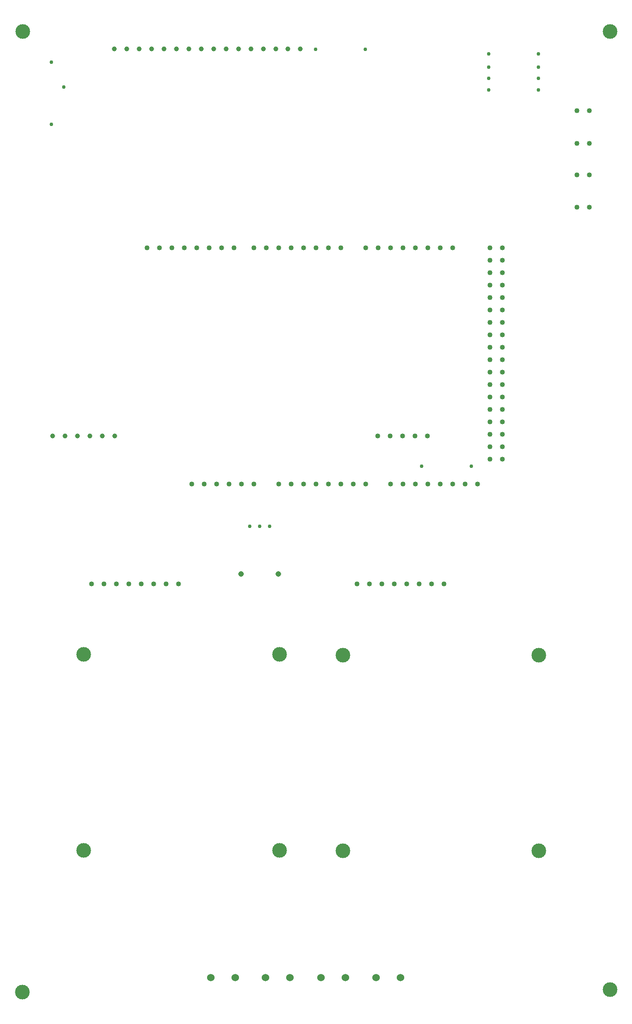
<source format=gbr>
G04 PROTEUS GERBER X2 FILE*
%TF.GenerationSoftware,Labcenter,Proteus,8.11-SP0-Build30052*%
%TF.CreationDate,2022-02-17T19:40:43+00:00*%
%TF.FileFunction,Plated,1,2,PTH*%
%TF.FilePolarity,Positive*%
%TF.Part,Single*%
%TF.SameCoordinates,{fa563668-36b4-49a2-8e21-0a91219477cd}*%
%FSLAX45Y45*%
%MOMM*%
G01*
%TA.AperFunction,ComponentDrill*%
%ADD50C,1.016000*%
%TA.AperFunction,ComponentDrill*%
%ADD51C,3.000000*%
%TA.AperFunction,ComponentDrill*%
%ADD52C,1.524000*%
%TA.AperFunction,ComponentDrill*%
%ADD53C,1.000000*%
%TA.AperFunction,ComponentDrill*%
%ADD54C,1.143000*%
%TA.AperFunction,ComponentDrill*%
%ADD55C,0.762000*%
%TA.AperFunction,OtherDrill,Unknown*%
%ADD56C,3.000000*%
%TD.AperFunction*%
D50*
X-9608000Y-640000D03*
X-9354000Y-640000D03*
X-9100000Y-640000D03*
X-8846000Y-640000D03*
X-8592000Y-640000D03*
X-8338000Y-640000D03*
X-8084000Y-640000D03*
X-7830000Y-640000D03*
X-4183000Y-640000D03*
X-3929000Y-640000D03*
X-3675000Y-640000D03*
X-3421000Y-640000D03*
X-3167000Y-640000D03*
X-2913000Y-640000D03*
X-2659000Y-640000D03*
X-2405000Y-640000D03*
D51*
X-464000Y-6090000D03*
X-4464000Y-6090000D03*
X-4464000Y-2090000D03*
X-464000Y-2090000D03*
X-5764000Y-6080000D03*
X-9764000Y-6080000D03*
X-9764000Y-2080000D03*
X-5764000Y-2080000D03*
D52*
X-3790000Y-8680000D03*
X-3289620Y-8680000D03*
X-7170380Y-8680000D03*
X-6670000Y-8680000D03*
X-6050000Y-8680000D03*
X-5549620Y-8680000D03*
X-4915000Y-8680000D03*
X-4414620Y-8680000D03*
D53*
X-9142000Y+10290000D03*
X-8888000Y+10290000D03*
X-8634000Y+10290000D03*
X-8380000Y+10290000D03*
X-8126000Y+10290000D03*
X-7872000Y+10290000D03*
X-7618000Y+10290000D03*
X-7364000Y+10290000D03*
X-7112000Y+10290000D03*
X-6858000Y+10290000D03*
X-6604000Y+10290000D03*
X-6350000Y+10290000D03*
X-6096000Y+10290000D03*
X-5842000Y+10290000D03*
X-5590000Y+10290000D03*
X-5336000Y+10290000D03*
D50*
X-3758000Y+2388250D03*
X-3504000Y+2388250D03*
X-3250000Y+2388250D03*
X-2996000Y+2388250D03*
X-2742000Y+2388250D03*
D54*
X-6552000Y-430000D03*
X-5790000Y-430000D03*
D55*
X-10430000Y+8750000D03*
X-10430000Y+10020000D03*
X-10176000Y+9512000D03*
D56*
X-11020000Y-8980000D03*
X+990000Y-8927500D03*
X-11010000Y+10647500D03*
X+990000Y+10647500D03*
D55*
X-6374200Y+540000D03*
X-6171000Y+540000D03*
X-5967800Y+540000D03*
X-1840000Y+1770000D03*
X-2856000Y+1770000D03*
X-5026000Y+10288151D03*
X-4010000Y+10288151D03*
D50*
X-7554000Y+1404000D03*
X-7300000Y+1404000D03*
X-7046000Y+1404000D03*
X-6792000Y+1404000D03*
X-6538000Y+1404000D03*
X-6284000Y+1404000D03*
X-5776000Y+1404000D03*
X-5522000Y+1404000D03*
X-5268000Y+1404000D03*
X-5014000Y+1404000D03*
X-4760000Y+1404000D03*
X-4506000Y+1404000D03*
X-4252000Y+1404000D03*
X-3998000Y+1404000D03*
X-3490000Y+1404000D03*
X-3236000Y+1404000D03*
X-2982000Y+1404000D03*
X-2728000Y+1404000D03*
X-2474000Y+1404000D03*
X-2220000Y+1404000D03*
X-1966000Y+1404000D03*
X-1712000Y+1404000D03*
X-1458000Y+1912000D03*
X-1458000Y+2166000D03*
X-1458000Y+2420000D03*
X-1458000Y+2674000D03*
X-1458000Y+2928000D03*
X-1458000Y+3182000D03*
X-1458000Y+3436000D03*
X-1458000Y+3690000D03*
X-1458000Y+3944000D03*
X-1458000Y+4198000D03*
X-1458000Y+4452000D03*
X-1458000Y+4706000D03*
X-1458000Y+4960000D03*
X-1458000Y+5214000D03*
X-1458000Y+5468000D03*
X-1458000Y+5722000D03*
X-1458000Y+5976000D03*
X-1458000Y+6230000D03*
X-1204000Y+1912000D03*
X-1204000Y+2166000D03*
X-1204000Y+2420000D03*
X-1204000Y+2674000D03*
X-1204000Y+2928000D03*
X-1204000Y+3182000D03*
X-1204000Y+3436000D03*
X-1204000Y+3690000D03*
X-1204000Y+3944000D03*
X-1204000Y+4198000D03*
X-1204000Y+4452000D03*
X-1204000Y+4706000D03*
X-1204000Y+4960000D03*
X-1204000Y+5214000D03*
X-1204000Y+5468000D03*
X-1204000Y+5722000D03*
X-1204000Y+5976000D03*
X-1204000Y+6230000D03*
X-2220000Y+6230000D03*
X-2474000Y+6230000D03*
X-2728000Y+6230000D03*
X-2982000Y+6230000D03*
X-3236000Y+6230000D03*
X-3490000Y+6230000D03*
X-3744000Y+6230000D03*
X-3998000Y+6230000D03*
X-4506000Y+6230000D03*
X-4760000Y+6230000D03*
X-5014000Y+6230000D03*
X-5268000Y+6230000D03*
X-5522000Y+6230000D03*
X-5776000Y+6230000D03*
X-6030000Y+6230000D03*
X-6284000Y+6230000D03*
X-6690400Y+6230000D03*
X-6944400Y+6230000D03*
X-7198400Y+6230000D03*
X-7452400Y+6230000D03*
X-7706400Y+6230000D03*
X-7960400Y+6230000D03*
X-8214400Y+6230000D03*
X-8468400Y+6230000D03*
D53*
X-9136000Y+2388250D03*
X-9390000Y+2388250D03*
X-9644000Y+2388250D03*
X-9898000Y+2388250D03*
X-10152000Y+2388250D03*
X-10406000Y+2388250D03*
D50*
X+315000Y+9030000D03*
X+569000Y+9030000D03*
X+315000Y+8360000D03*
X+569000Y+8360000D03*
X+315000Y+7720000D03*
X+569000Y+7720000D03*
X+315000Y+7060000D03*
X+569000Y+7060000D03*
D55*
X-1485000Y+9451750D03*
X-469000Y+9451750D03*
X-1485000Y+9691750D03*
X-469000Y+9691750D03*
X-1485000Y+9921750D03*
X-469000Y+9921750D03*
X-1485000Y+10191750D03*
X-469000Y+10191750D03*
M02*

</source>
